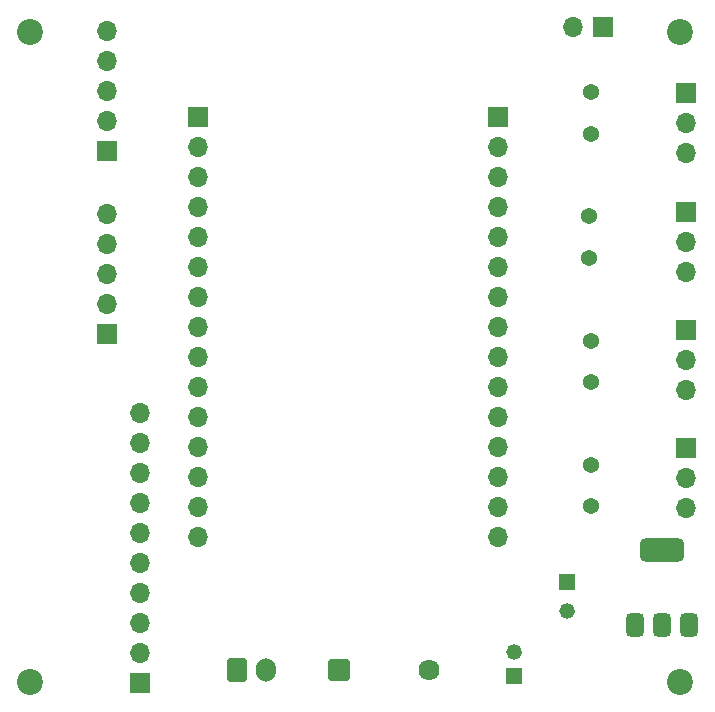
<source format=gts>
%TF.GenerationSoftware,KiCad,Pcbnew,9.0.0*%
%TF.CreationDate,2025-04-27T01:10:23+09:00*%
%TF.ProjectId,PCB,5043422e-6b69-4636-9164-5f7063625858,rev?*%
%TF.SameCoordinates,Original*%
%TF.FileFunction,Soldermask,Top*%
%TF.FilePolarity,Negative*%
%FSLAX46Y46*%
G04 Gerber Fmt 4.6, Leading zero omitted, Abs format (unit mm)*
G04 Created by KiCad (PCBNEW 9.0.0) date 2025-04-27 01:10:23*
%MOMM*%
%LPD*%
G01*
G04 APERTURE LIST*
G04 Aperture macros list*
%AMRoundRect*
0 Rectangle with rounded corners*
0 $1 Rounding radius*
0 $2 $3 $4 $5 $6 $7 $8 $9 X,Y pos of 4 corners*
0 Add a 4 corners polygon primitive as box body*
4,1,4,$2,$3,$4,$5,$6,$7,$8,$9,$2,$3,0*
0 Add four circle primitives for the rounded corners*
1,1,$1+$1,$2,$3*
1,1,$1+$1,$4,$5*
1,1,$1+$1,$6,$7*
1,1,$1+$1,$8,$9*
0 Add four rect primitives between the rounded corners*
20,1,$1+$1,$2,$3,$4,$5,0*
20,1,$1+$1,$4,$5,$6,$7,0*
20,1,$1+$1,$6,$7,$8,$9,0*
20,1,$1+$1,$8,$9,$2,$3,0*%
G04 Aperture macros list end*
%ADD10C,1.371600*%
%ADD11R,1.700000X1.700000*%
%ADD12O,1.700000X1.700000*%
%ADD13C,2.200000*%
%ADD14RoundRect,0.375000X0.375000X-0.625000X0.375000X0.625000X-0.375000X0.625000X-0.375000X-0.625000X0*%
%ADD15RoundRect,0.500000X1.400000X-0.500000X1.400000X0.500000X-1.400000X0.500000X-1.400000X-0.500000X0*%
%ADD16R,1.320800X1.320800*%
%ADD17C,1.320800*%
%ADD18RoundRect,0.102000X-0.790000X0.790000X-0.790000X-0.790000X0.790000X-0.790000X0.790000X0.790000X0*%
%ADD19C,1.784000*%
%ADD20RoundRect,0.250000X-0.600000X-0.750000X0.600000X-0.750000X0.600000X0.750000X-0.600000X0.750000X0*%
%ADD21O,1.700000X2.000000*%
G04 APERTURE END LIST*
D10*
%TO.C,C3*%
X238000000Y-87583250D03*
X238000000Y-84083249D03*
%TD*%
D11*
%TO.C,J7*%
X197000000Y-68080000D03*
D12*
X197000000Y-65540000D03*
X197000000Y-63000000D03*
X197000000Y-60460000D03*
X197000000Y-57920000D03*
%TD*%
D11*
%TO.C,J6*%
X239000000Y-57500000D03*
D12*
X236460000Y-57500000D03*
%TD*%
D11*
%TO.C,J3*%
X246000000Y-83170000D03*
D12*
X246000000Y-85710000D03*
X246000000Y-88250000D03*
%TD*%
D10*
%TO.C,C4*%
X238000000Y-66583250D03*
X238000000Y-63083249D03*
%TD*%
D11*
%TO.C,J5*%
X246000000Y-63170000D03*
D12*
X246000000Y-65710000D03*
X246000000Y-68250000D03*
%TD*%
D13*
%TO.C,REF\u002A\u002A*%
X190500000Y-58000000D03*
%TD*%
%TO.C,REF\u002A\u002A*%
X190500000Y-113000000D03*
%TD*%
D11*
%TO.C,J8*%
X197000000Y-83500000D03*
D12*
X197000000Y-80960000D03*
X197000000Y-78420000D03*
X197000000Y-75880000D03*
X197000000Y-73340000D03*
%TD*%
D14*
%TO.C,U1*%
X241700000Y-108150000D03*
X244000000Y-108150000D03*
D15*
X244000000Y-101850000D03*
D14*
X246300000Y-108150000D03*
%TD*%
D10*
%TO.C,C1*%
X238000000Y-98083250D03*
X238000000Y-94583249D03*
%TD*%
D16*
%TO.C,C6*%
X231500000Y-112500000D03*
D17*
X231500000Y-110493400D03*
%TD*%
D13*
%TO.C,REF\u002A\u002A*%
X245500000Y-113000000D03*
%TD*%
%TO.C,REF\u002A\u002A*%
X245500000Y-58000000D03*
%TD*%
D11*
%TO.C,J2*%
X246000000Y-93170000D03*
D12*
X246000000Y-95710000D03*
X246000000Y-98250000D03*
%TD*%
D18*
%TO.C,SW1*%
X216690000Y-112000000D03*
D19*
X224310000Y-112000000D03*
%TD*%
D11*
%TO.C,ESP32-DEVKIT1*%
X204725000Y-65160000D03*
D12*
X204725000Y-67700000D03*
X204725000Y-70240000D03*
X204725000Y-72780000D03*
X204725000Y-75320000D03*
X204725000Y-77860000D03*
X204725000Y-80400000D03*
X204725000Y-82940000D03*
X204725000Y-85480000D03*
X204725000Y-88020000D03*
X204725000Y-90560000D03*
X204725000Y-93100000D03*
X204725000Y-95640000D03*
X204725000Y-98180000D03*
X204725000Y-100720000D03*
D11*
X230125000Y-65160000D03*
D12*
X230125000Y-67700000D03*
X230125000Y-70240000D03*
X230125000Y-72780000D03*
X230125000Y-75320000D03*
X230125000Y-77860000D03*
X230125000Y-80400000D03*
X230125000Y-82940000D03*
X230125000Y-85480000D03*
X230125000Y-88020000D03*
X230125000Y-90560000D03*
X230125000Y-93100000D03*
X230125000Y-95640000D03*
X230125000Y-98180000D03*
X230125000Y-100720000D03*
%TD*%
D10*
%TO.C,C2*%
X237850000Y-77083250D03*
X237850000Y-73583249D03*
%TD*%
D11*
%TO.C,J4*%
X246000000Y-73170000D03*
D12*
X246000000Y-75710000D03*
X246000000Y-78250000D03*
%TD*%
D16*
%TO.C,C7*%
X236000000Y-104500000D03*
D17*
X236000000Y-106989200D03*
%TD*%
D11*
%TO.C,MPU9250*%
X199775000Y-113120000D03*
D12*
X199775000Y-110580000D03*
X199775000Y-108040000D03*
X199775000Y-105500000D03*
X199775000Y-102960000D03*
X199775000Y-100420000D03*
X199775000Y-97880000D03*
X199775000Y-95340000D03*
X199775000Y-92800000D03*
X199775000Y-90260000D03*
%TD*%
D20*
%TO.C,J1*%
X208000000Y-112000000D03*
D21*
X210500000Y-112000000D03*
%TD*%
M02*

</source>
